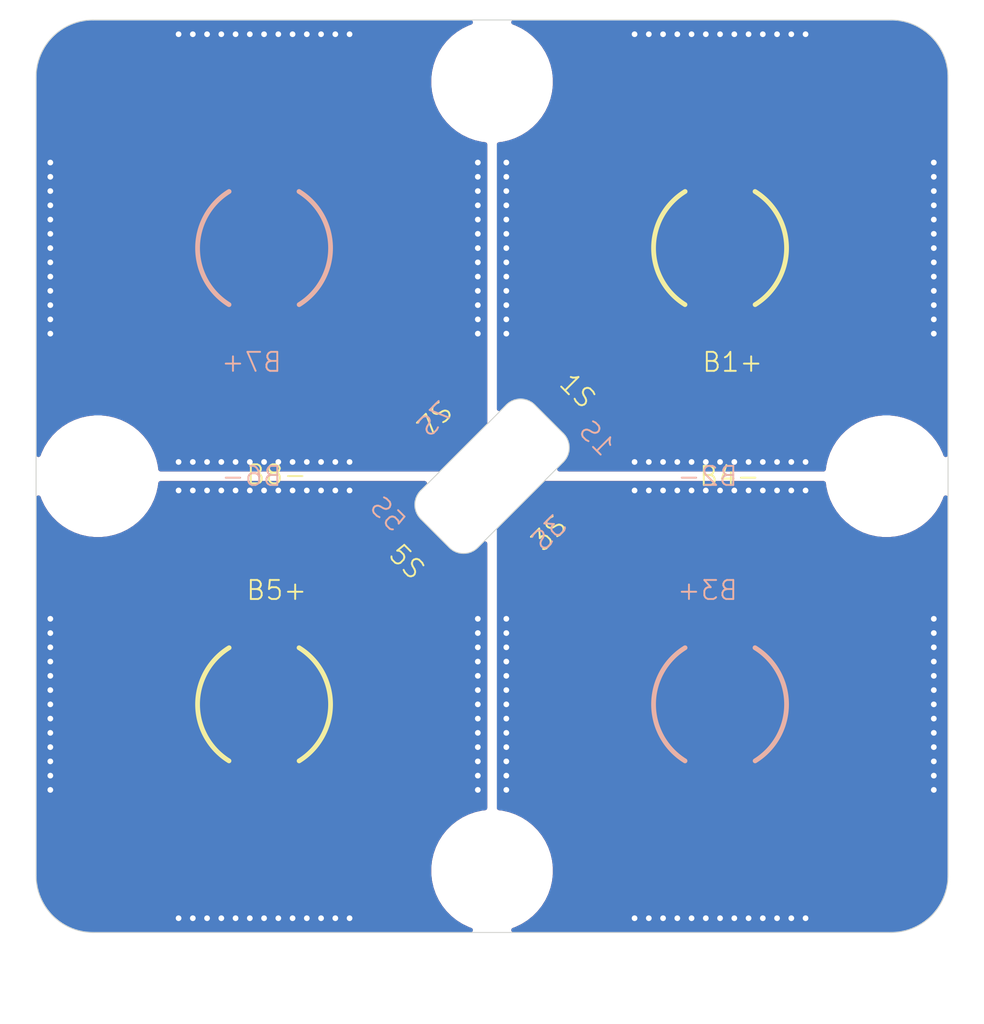
<source format=kicad_pcb>
(kicad_pcb (version 20240108) (generator "pcbnew") (generator_version "8.0")
  (layers (0 "F.Cu" signal) (31 "B.Cu" signal) (34 "B.Paste" user) (35 "F.Paste" user) (36 "B.SilkS" user "B.Silkscreen") (37 "F.SilkS" user "F.Silkscreen") (38 "B.Mask" user) (39 "F.Mask" user) (44 "Edge.Cuts" user))
  (net 0 "")
  (net 1 "M1S")
  (net 2 "M3S")
  (net 3 "M5S")
  (net 4 "M7S")
  (footprint "Connector_Wire:SolderWirePad_1x01_SMD_1x2mm" (layer "F.Cu") (at 77 77 -45)
    (property "Reference" "JM11" (hide yes))
    (property "Value" "Solder Pad")
    (pad "1" smd roundrect (at 0 0 315) (size 1 2) (layers "F.Cu" "F.Paste" "F.Mask") (net 2 "M3S"))
  )
  (footprint "Battery:li-ion 21700 positive terminal contact" (layer "F.Cu") (at 63 87)
    (property "Reference" "JM5" (hide yes))
    (property "Value" "MY-FJ-04-J")
    (fp_arc (start -1.846047 2.973571) (mid -3.5 -0.003834) (end -1.839528 -2.977608) (stroke (width 0.25)) (layer "F.SilkS"))
    (fp_arc (start 1.841101 -2.976633) (mid 3.499999 -0.001982) (end 1.844472 2.974546) (stroke (width 0.25)) (layer "F.SilkS"))
    (pad "1" smd rect (at 0 -3.695) (size 2 2.39) (layers "F.Cu" "F.Paste" "F.Mask") (net 3 "M5S"))
    (pad "1" smd circle (at 0 0) (size 6.5 6.5) (layers "F.Cu" "F.Paste" "F.Mask") (net 3 "M5S"))
    (pad "1" smd rect (at 0 3.695) (size 2 2.39) (layers "F.Cu" "F.Paste" "F.Mask") (net 3 "M5S"))
  )
  (footprint "Connector_Wire:SolderWirePad_1x01_SMD_1x2mm" (layer "F.Cu") (at 78.5 71.5 45)
    (property "Reference" "JM9" (hide yes))
    (property "Value" "Solder Pad")
    (pad "1" smd roundrect (at 0 0 45) (size 1 2) (layers "F.Cu" "F.Paste" "F.Mask") (net 1 "M1S"))
  )
  (footprint "Battery:li-ion 21700 negative terminal contact" (layer "F.Cu") (at 87 87)
    (property "Reference" "JM4" (hide yes))
    (property "Value" "Flat Copper Pad")
    (pad "1" smd circle (at 0 0) (size 22 22) (layers "F.Cu" "F.Paste" "F.Mask") (net 2 "M3S"))
  )
  (footprint "MountingHole:MountingHole_3mm" (layer "F.Cu") (at 95.75 75)
    (property "Reference" "HM2" (hide yes))
    (property "Value" "MountingHole")
    (pad "" np_thru_hole circle (at 0 0) (size 3 3) (drill 3) (layers "F&B.Cu" "*.Mask") (clearance 1.7))
  )
  (footprint "Battery:li-ion 21700 negative terminal contact" (layer "F.Cu") (at 63 63)
    (property "Reference" "JM8" (hide yes))
    (property "Value" "Flat Copper Pad")
    (pad "1" smd circle (at 0 0) (size 22 22) (layers "F.Cu" "F.Paste" "F.Mask") (net 4 "M7S"))
  )
  (footprint "MountingHole:MountingHole_3mm" (layer "F.Cu") (at 54.25 75)
    (property "Reference" "HM4" (hide yes))
    (property "Value" "MountingHole")
    (pad "" np_thru_hole circle (at 0 0) (size 3 3) (drill 3) (layers "F&B.Cu" "*.Mask") (clearance 1.7))
  )
  (footprint "Battery:li-ion 21700 positive terminal contact" (layer "F.Cu") (at 87 63)
    (property "Reference" "JM1" (hide yes))
    (property "Value" "MY-FJ-04-J")
    (fp_arc (start -1.846047 2.973571) (mid -3.5 -0.003834) (end -1.839528 -2.977608) (stroke (width 0.25)) (layer "F.SilkS"))
    (fp_arc (start 1.841101 -2.976633) (mid 3.499999 -0.001982) (end 1.844472 2.974546) (stroke (width 0.25)) (layer "F.SilkS"))
    (pad "1" smd rect (at 0 -3.695) (size 2 2.39) (layers "F.Cu" "F.Paste" "F.Mask") (net 1 "M1S"))
    (pad "1" smd circle (at 0 0) (size 6.5 6.5) (layers "F.Cu" "F.Paste" "F.Mask") (net 1 "M1S"))
    (pad "1" smd rect (at 0 3.695) (size 2 2.39) (layers "F.Cu" "F.Paste" "F.Mask") (net 1 "M1S"))
  )
  (footprint "MountingHole:MountingHole_3mm" (layer "F.Cu") (at 75 95.75)
    (property "Reference" "HM3" (hide yes))
    (property "Value" "MountingHole")
    (pad "" np_thru_hole circle (at 0 0) (size 3 3) (drill 3) (layers "F&B.Cu" "*.Mask") (clearance 1.7))
  )
  (footprint "Connector_Wire:SolderWirePad_1x01_SMD_1x2mm" (layer "F.Cu") (at 73 73 -45)
    (property "Reference" "JM15" (hide yes))
    (property "Value" "Solder Pad")
    (pad "1" smd roundrect (at 0 0 315) (size 1 2) (layers "F.Cu" "F.Paste" "F.Mask") (net 4 "M7S"))
  )
  (footprint "MountingHole:MountingHole_3mm" (layer "F.Cu") (at 75 54.25)
    (property "Reference" "HM1" (hide yes))
    (property "Value" "MountingHole")
    (pad "" np_thru_hole circle (at 0 0) (size 3 3) (drill 3) (layers "F&B.Cu" "*.Mask") (clearance 1.7))
  )
  (footprint "Connector_Wire:SolderWirePad_1x01_SMD_1x2mm" (layer "F.Cu") (at 71.5 78.5 45)
    (property "Reference" "JM13" (hide yes))
    (property "Value" "Solder Pad")
    (pad "1" smd roundrect (at 0 0 45) (size 1 2) (layers "F.Cu" "F.Paste" "F.Mask") (net 3 "M5S"))
  )
  (footprint "Connector_Wire:SolderWirePad_1x01_SMD_1x2mm" (layer "B.Cu") (at 78.5 71.5 -135)
    (property "Reference" "JM10" (hide yes))
    (property "Value" "Solder Pad")
    (pad "1" smd roundrect (at 0 0 225) (size 1 2) (layers "B.Cu" "B.Paste" "B.Mask") (net 1 "M1S"))
  )
  (footprint "Connector_Wire:SolderWirePad_1x01_SMD_1x2mm" (layer "B.Cu") (at 73 73 135)
    (property "Reference" "JM16" (hide yes))
    (property "Value" "Solder Pad")
    (pad "1" smd roundrect (at 0 0 135) (size 1 2) (layers "B.Cu" "B.Paste" "B.Mask") (net 4 "M7S"))
  )
  (footprint "Connector_Wire:SolderWirePad_1x01_SMD_1x2mm" (layer "B.Cu") (at 77 77 -45)
    (property "Reference" "JM12" (hide yes))
    (property "Value" "Solder Pad")
    (pad "1" smd roundrect (at 0 0 315) (size 1 2) (layers "B.Cu" "B.Paste" "B.Mask") (net 2 "M3S"))
  )
  (footprint "Battery:li-ion 21700 negative terminal contact" (layer "B.Cu") (at 87 63 180)
    (property "Reference" "JM2" (hide yes))
    (property "Value" "Flat Copper Pad")
    (pad "1" smd circle (at 0 0 180) (size 22 22) (layers "B.Cu" "B.Paste" "B.Mask") (net 1 "M1S"))
  )
  (footprint "Connector_Wire:SolderWirePad_1x01_SMD_1x2mm" (layer "B.Cu") (at 71.5 78.5 -135)
    (property "Reference" "JM14" (hide yes))
    (property "Value" "Solder Pad")
    (pad "1" smd roundrect (at 0 0 225) (size 1 2) (layers "B.Cu" "B.Paste" "B.Mask") (net 3 "M5S"))
  )
  (footprint "Battery:li-ion 21700 negative terminal contact" (layer "B.Cu") (at 63 87 180)
    (property "Reference" "JM6" (hide yes))
    (property "Value" "Flat Copper Pad")
    (pad "1" smd circle (at 0 0 180) (size 22 22) (layers "B.Cu" "B.Paste" "B.Mask") (net 3 "M5S"))
  )
  (footprint "Battery:li-ion 21700 positive terminal contact" (layer "B.Cu") (at 63 63 180)
    (property "Reference" "JM7" (hide yes))
    (property "Value" "MY-FJ-04-J")
    (fp_arc (start 1.844472 -2.974546) (mid 3.499999 0.001982) (end 1.841101 2.976633) (stroke (width 0.25)) (layer "B.SilkS"))
    (fp_arc (start -1.839528 2.977608) (mid -3.5 0.003834) (end -1.846047 -2.973571) (stroke (width 0.25)) (layer "B.SilkS"))
    (pad "1" smd rect (at 0 -3.695 180) (size 2 2.39) (layers "B.Cu" "B.Paste" "B.Mask") (net 4 "M7S"))
    (pad "1" smd circle (at 0 0 180) (size 6.5 6.5) (layers "B.Cu" "B.Paste" "B.Mask") (net 4 "M7S"))
    (pad "1" smd rect (at 0 3.695 180) (size 2 2.39) (layers "B.Cu" "B.Paste" "B.Mask") (net 4 "M7S"))
  )
  (footprint "Battery:li-ion 21700 positive terminal contact" (layer "B.Cu") (at 87 87 180)
    (property "Reference" "JM3" (hide yes))
    (property "Value" "MY-FJ-04-J")
    (fp_arc (start 1.844472 -2.974546) (mid 3.499999 0.001982) (end 1.841101 2.976633) (stroke (width 0.25)) (layer "B.SilkS"))
    (fp_arc (start -1.839528 2.977608) (mid -3.5 0.003834) (end -1.846047 -2.973571) (stroke (width 0.25)) (layer "B.SilkS"))
    (pad "1" smd rect (at 0 -3.695 180) (size 2 2.39) (layers "B.Cu" "B.Paste" "B.Mask") (net 2 "M3S"))
    (pad "1" smd circle (at 0 0 180) (size 6.5 6.5) (layers "B.Cu" "B.Paste" "B.Mask") (net 2 "M3S"))
    (pad "1" smd rect (at 0 3.695 180) (size 2 2.39) (layers "B.Cu" "B.Paste" "B.Mask") (net 2 "M3S"))
  )
  (gr_line (start 75.75 71.25) (end 71.25 75.75) (stroke (width 0.05)) (layer "Edge.Cuts"))
  (gr_arc (start 96 51) (mid 98.12132 51.87868) (end 99 54) (stroke (width 0.05)) (layer "Edge.Cuts"))
  (gr_arc (start 75.75 71.25) (mid 76.5 70.93934) (end 77.25 71.25) (stroke (width 0.05)) (layer "Edge.Cuts"))
  (gr_arc (start 99 96) (mid 98.12132 98.12132) (end 96 99) (stroke (width 0.05)) (layer "Edge.Cuts"))
  (gr_line (start 78.75 72.75) (end 77.25 71.25) (stroke (width 0.05)) (layer "Edge.Cuts"))
  (gr_line (start 99 54) (end 99 96) (stroke (width 0.05)) (layer "Edge.Cuts"))
  (gr_line (start 51 96) (end 51 54) (stroke (width 0.05)) (layer "Edge.Cuts"))
  (gr_line (start 54 51) (end 96 51) (stroke (width 0.05)) (layer "Edge.Cuts"))
  (gr_arc (start 74.25 78.75) (mid 73.5 79.06066) (end 72.75 78.75) (stroke (width 0.05)) (layer "Edge.Cuts"))
  (gr_arc (start 78.75 72.75) (mid 79.06066 73.5) (end 78.75 74.25) (stroke (width 0.05)) (layer "Edge.Cuts"))
  (gr_arc (start 51 54) (mid 51.87868 51.87868) (end 54 51) (stroke (width 0.05)) (layer "Edge.Cuts"))
  (gr_line (start 96 99) (end 54 99) (stroke (width 0.05)) (layer "Edge.Cuts"))
  (gr_arc (start 54 99) (mid 51.87868 98.12132) (end 51 96) (stroke (width 0.05)) (layer "Edge.Cuts"))
  (gr_line (start 74.25 78.75) (end 78.75 74.25) (stroke (width 0.05)) (layer "Edge.Cuts"))
  (gr_arc (start 71.25 77.25) (mid 70.93934 76.5) (end 71.25 75.75) (stroke (width 0.05)) (layer "Edge.Cuts"))
  (gr_line (start 71.25 77.25) (end 72.75 78.75) (stroke (width 0.05)) (layer "Edge.Cuts"))
  (gr_text "B2-" (at 88 75 0) (layer "B.SilkS") (effects (font (size 1 1) (thickness 0.1)) (justify left mirror)))
  (gr_text "1S" (at 80.5 73 315) (layer "B.SilkS") (effects (font (size 1 1) (thickness 0.1)) (justify mirror)))
  (gr_text "7S" (at 72 72 45) (layer "B.SilkS") (effects (font (size 1 1) (thickness 0.1)) (justify mirror)))
  (gr_text "3S" (at 78 78 45) (layer "B.SilkS") (effects (font (size 1 1) (thickness 0.1)) (justify mirror)))
  (gr_text "5S" (at 69.5 77 315) (layer "B.SilkS") (effects (font (size 1 1) (thickness 0.1)) (justify mirror)))
  (gr_text "B7+" (at 64 69 0) (layer "B.SilkS") (effects (font (size 1 1) (thickness 0.1)) (justify left mirror)))
  (gr_text "B3+" (at 88 81 0) (layer "B.SilkS") (effects (font (size 1 1) (thickness 0.1)) (justify left mirror)))
  (gr_text "B6-" (at 64 75 0) (layer "B.SilkS") (effects (font (size 1 1) (thickness 0.1)) (justify left mirror)))
  (gr_text "3S" (at 78 78 45) (layer "F.SilkS") (effects (font (size 1 1) (thickness 0.1))))
  (gr_text "5S" (at 70.5 79.5 315) (layer "F.SilkS") (effects (font (size 1 1) (thickness 0.1))))
  (gr_text "7S" (at 72 72 45) (layer "F.SilkS") (effects (font (size 1 1) (thickness 0.1))))
  (gr_text "B1+" (at 86 69 0) (layer "F.SilkS") (effects (font (size 1 1) (thickness 0.1)) (justify left)))
  (gr_text "B8-" (at 62 75.5 0) (layer "F.SilkS") (effects (font (size 1 1) (thickness 0.1)) (justify left bottom)))
  (gr_text "B5+" (at 62 81 0) (layer "F.SilkS") (effects (font (size 1 1) (thickness 0.1)) (justify left)))
  (gr_text "1S" (at 79.5 70.5 315) (layer "F.SilkS") (effects (font (size 1 1) (thickness 0.1))))
  (gr_text "B4-" (at 87.5 75 0) (layer "F.SilkS") (effects (font (size 1 1) (thickness 0.1))))
  (via (at 83.25 74.25) (size 0.7) (drill 0.3) (layers "F.Cu" "B.Cu") (net 1))
  (via (at 75.75 65.25) (size 0.7) (drill 0.3) (layers "F.Cu" "B.Cu") (net 1))
  (via (at 75.75 64.5) (size 0.7) (drill 0.3) (layers "F.Cu" "B.Cu") (net 1))
  (via (at 98.25 66.75) (size 0.7) (drill 0.3) (layers "F.Cu" "B.Cu") (net 1))
  (via (at 88.5 74.25) (size 0.7) (drill 0.3) (layers "F.Cu" "B.Cu") (net 1))
  (via (at 84 74.25) (size 0.7) (drill 0.3) (layers "F.Cu" "B.Cu") (net 1))
  (via (at 75.75 67.5) (size 0.7) (drill 0.3) (layers "F.Cu" "B.Cu") (net 1))
  (via (at 75.75 60.75) (size 0.7) (drill 0.3) (layers "F.Cu" "B.Cu") (net 1))
  (via (at 83.25 51.75) (size 0.7) (drill 0.3) (layers "F.Cu" "B.Cu") (net 1))
  (via (at 75.75 66.75) (size 0.7) (drill 0.3) (layers "F.Cu" "B.Cu") (net 1))
  (via (at 98.25 60.75) (size 0.7) (drill 0.3) (layers "F.Cu" "B.Cu") (net 1))
  (via (at 98.25 60) (size 0.7) (drill 0.3) (layers "F.Cu" "B.Cu") (net 1))
  (via (at 90 51.75) (size 0.7) (drill 0.3) (layers "F.Cu" "B.Cu") (net 1))
  (via (at 87 51.75) (size 0.7) (drill 0.3) (layers "F.Cu" "B.Cu") (net 1))
  (via (at 84.75 74.25) (size 0.7) (drill 0.3) (layers "F.Cu" "B.Cu") (net 1))
  (via (at 75.75 66) (size 0.7) (drill 0.3) (layers "F.Cu" "B.Cu") (net 1))
  (via (at 91.5 51.75) (size 0.7) (drill 0.3) (layers "F.Cu" "B.Cu") (net 1))
  (via (at 75.75 59.25) (size 0.7) (drill 0.3) (layers "F.Cu" "B.Cu") (net 1))
  (via (at 75.75 62.25) (size 0.7) (drill 0.3) (layers "F.Cu" "B.Cu") (net 1))
  (via (at 98.25 58.5) (size 0.7) (drill 0.3) (layers "F.Cu" "B.Cu") (net 1))
  (via (at 87 74.25) (size 0.7) (drill 0.3) (layers "F.Cu" "B.Cu") (net 1))
  (via (at 87.75 51.75) (size 0.7) (drill 0.3) (layers "F.Cu" "B.Cu") (net 1))
  (via (at 90 74.25) (size 0.7) (drill 0.3) (layers "F.Cu" "B.Cu") (net 1))
  (via (at 84.75 51.75) (size 0.7) (drill 0.3) (layers "F.Cu" "B.Cu") (net 1))
  (via (at 86.25 74.25) (size 0.7) (drill 0.3) (layers "F.Cu" "B.Cu") (net 1))
  (via (at 98.25 62.25) (size 0.7) (drill 0.3) (layers "F.Cu" "B.Cu") (net 1))
  (via (at 98.25 63) (size 0.7) (drill 0.3) (layers "F.Cu" "B.Cu") (net 1))
  (via (at 75.75 58.5) (size 0.7) (drill 0.3) (layers "F.Cu" "B.Cu") (net 1))
  (via (at 87.75 74.25) (size 0.7) (drill 0.3) (layers "F.Cu" "B.Cu") (net 1))
  (via (at 89.25 74.25) (size 0.7) (drill 0.3) (layers "F.Cu" "B.Cu") (net 1))
  (via (at 98.25 65.25) (size 0.7) (drill 0.3) (layers "F.Cu" "B.Cu") (net 1))
  (via (at 84 51.75) (size 0.7) (drill 0.3) (layers "F.Cu" "B.Cu") (net 1))
  (via (at 98.25 59.25) (size 0.7) (drill 0.3) (layers "F.Cu" "B.Cu") (net 1))
  (via (at 85.5 51.75) (size 0.7) (drill 0.3) (layers "F.Cu" "B.Cu") (net 1))
  (via (at 98.25 63.75) (size 0.7) (drill 0.3) (layers "F.Cu" "B.Cu") (net 1))
  (via (at 98.25 67.5) (size 0.7) (drill 0.3) (layers "F.Cu" "B.Cu") (net 1))
  (via (at 85.5 74.25) (size 0.7) (drill 0.3) (layers "F.Cu" "B.Cu") (net 1))
  (via (at 75.75 61.5) (size 0.7) (drill 0.3) (layers "F.Cu" "B.Cu") (net 1))
  (via (at 86.25 51.75) (size 0.7) (drill 0.3) (layers "F.Cu" "B.Cu") (net 1))
  (via (at 82.5 74.25) (size 0.7) (drill 0.3) (layers "F.Cu" "B.Cu") (net 1))
  (via (at 91.5 74.25) (size 0.7) (drill 0.3) (layers "F.Cu" "B.Cu") (net 1))
  (via (at 89.25 51.75) (size 0.7) (drill 0.3) (layers "F.Cu" "B.Cu") (net 1))
  (via (at 75.75 60) (size 0.7) (drill 0.3) (layers "F.Cu" "B.Cu") (net 1))
  (via (at 98.25 61.5) (size 0.7) (drill 0.3) (layers "F.Cu" "B.Cu") (net 1))
  (via (at 88.5 51.75) (size 0.7) (drill 0.3) (layers "F.Cu" "B.Cu") (net 1))
  (via (at 75.75 63) (size 0.7) (drill 0.3) (layers "F.Cu" "B.Cu") (net 1))
  (via (at 98.25 66) (size 0.7) (drill 0.3) (layers "F.Cu" "B.Cu") (net 1))
  (via (at 75.75 63.75) (size 0.7) (drill 0.3) (layers "F.Cu" "B.Cu") (net 1))
  (via (at 90.75 51.75) (size 0.7) (drill 0.3) (layers "F.Cu" "B.Cu") (net 1))
  (via (at 98.25 64.5) (size 0.7) (drill 0.3) (layers "F.Cu" "B.Cu") (net 1))
  (via (at 82.5 51.75) (size 0.7) (drill 0.3) (layers "F.Cu" "B.Cu") (net 1))
  (via (at 90.75 74.25) (size 0.7) (drill 0.3) (layers "F.Cu" "B.Cu") (net 1))
  (via (at 98.25 84.75) (size 0.7) (drill 0.3) (layers "F.Cu" "B.Cu") (net 2))
  (via (at 75.75 90.75) (size 0.7) (drill 0.3) (layers "F.Cu" "B.Cu") (net 2))
  (via (at 75.75 86.25) (size 0.7) (drill 0.3) (layers "F.Cu" "B.Cu") (net 2))
  (via (at 82.5 75.75) (size 0.7) (drill 0.3) (layers "F.Cu" "B.Cu") (net 2))
  (via (at 75.75 89.25) (size 0.7) (drill 0.3) (layers "F.Cu" "B.Cu") (net 2))
  (via (at 75.75 85.5) (size 0.7) (drill 0.3) (layers "F.Cu" "B.Cu") (net 2))
  (via (at 89.25 75.75) (size 0.7) (drill 0.3) (layers "F.Cu" "B.Cu") (net 2))
  (via (at 91.5 75.75) (size 0.7) (drill 0.3) (layers "F.Cu" "B.Cu") (net 2))
  (via (at 84.75 98.25) (size 0.7) (drill 0.3) (layers "F.Cu" "B.Cu") (net 2))
  (via (at 88.5 75.75) (size 0.7) (drill 0.3) (layers "F.Cu" "B.Cu") (net 2))
  (via (at 89.25 98.25) (size 0.7) (drill 0.3) (layers "F.Cu" "B.Cu") (net 2))
  (via (at 87 98.25) (size 0.7) (drill 0.3) (layers "F.Cu" "B.Cu") (net 2))
  (via (at 75.75 83.25) (size 0.7) (drill 0.3) (layers "F.Cu" "B.Cu") (net 2))
  (via (at 98.25 85.5) (size 0.7) (drill 0.3) (layers "F.Cu" "B.Cu") (net 2))
  (via (at 75.75 90) (size 0.7) (drill 0.3) (layers "F.Cu" "B.Cu") (net 2))
  (via (at 86.25 98.25) (size 0.7) (drill 0.3) (layers "F.Cu" "B.Cu") (net 2))
  (via (at 86.25 75.75) (size 0.7) (drill 0.3) (layers "F.Cu" "B.Cu") (net 2))
  (via (at 83.25 75.75) (size 0.7) (drill 0.3) (layers "F.Cu" "B.Cu") (net 2))
  (via (at 98.25 87.75) (size 0.7) (drill 0.3) (layers "F.Cu" "B.Cu") (net 2))
  (via (at 98.25 90) (size 0.7) (drill 0.3) (layers "F.Cu" "B.Cu") (net 2))
  (via (at 85.5 98.25) (size 0.7) (drill 0.3) (layers "F.Cu" "B.Cu") (net 2))
  (via (at 98.25 82.5) (size 0.7) (drill 0.3) (layers "F.Cu" "B.Cu") (net 2))
  (via (at 98.25 89.25) (size 0.7) (drill 0.3) (layers "F.Cu" "B.Cu") (net 2))
  (via (at 87 75.75) (size 0.7) (drill 0.3) (layers "F.Cu" "B.Cu") (net 2))
  (via (at 90.75 75.75) (size 0.7) (drill 0.3) (layers "F.Cu" "B.Cu") (net 2))
  (via (at 87.75 75.75) (size 0.7) (drill 0.3) (layers "F.Cu" "B.Cu") (net 2))
  (via (at 85.5 75.75) (size 0.7) (drill 0.3) (layers "F.Cu" "B.Cu") (net 2))
  (via (at 75.75 84.75) (size 0.7) (drill 0.3) (layers "F.Cu" "B.Cu") (net 2))
  (via (at 98.25 88.5) (size 0.7) (drill 0.3) (layers "F.Cu" "B.Cu") (net 2))
  (via (at 98.25 83.25) (size 0.7) (drill 0.3) (layers "F.Cu" "B.Cu") (net 2))
  (via (at 75.75 91.5) (size 0.7) (drill 0.3) (layers "F.Cu" "B.Cu") (net 2))
  (via (at 75.75 82.5) (size 0.7) (drill 0.3) (layers "F.Cu" "B.Cu") (net 2))
  (via (at 98.25 90.75) (size 0.7) (drill 0.3) (layers "F.Cu" "B.Cu") (net 2))
  (via (at 83.25 98.25) (size 0.7) (drill 0.3) (layers "F.Cu" "B.Cu") (net 2))
  (via (at 84.75 75.75) (size 0.7) (drill 0.3) (layers "F.Cu" "B.Cu") (net 2))
  (via (at 90 98.25) (size 0.7) (drill 0.3) (layers "F.Cu" "B.Cu") (net 2))
  (via (at 84 98.25) (size 0.7) (drill 0.3) (layers "F.Cu" "B.Cu") (net 2))
  (via (at 75.75 88.5) (size 0.7) (drill 0.3) (layers "F.Cu" "B.Cu") (net 2))
  (via (at 91.5 98.25) (size 0.7) (drill 0.3) (layers "F.Cu" "B.Cu") (net 2))
  (via (at 75.75 87) (size 0.7) (drill 0.3) (layers "F.Cu" "B.Cu") (net 2))
  (via (at 98.25 91.5) (size 0.7) (drill 0.3) (layers "F.Cu" "B.Cu") (net 2))
  (via (at 87.75 98.25) (size 0.7) (drill 0.3) (layers "F.Cu" "B.Cu") (net 2))
  (via (at 98.25 87) (size 0.7) (drill 0.3) (layers "F.Cu" "B.Cu") (net 2))
  (via (at 90.75 98.25) (size 0.7) (drill 0.3) (layers "F.Cu" "B.Cu") (net 2))
  (via (at 75.75 87.75) (size 0.7) (drill 0.3) (layers "F.Cu" "B.Cu") (net 2))
  (via (at 98.25 86.25) (size 0.7) (drill 0.3) (layers "F.Cu" "B.Cu") (net 2))
  (via (at 98.25 84) (size 0.7) (drill 0.3) (layers "F.Cu" "B.Cu") (net 2))
  (via (at 75.75 84) (size 0.7) (drill 0.3) (layers "F.Cu" "B.Cu") (net 2))
  (via (at 84 75.75) (size 0.7) (drill 0.3) (layers "F.Cu" "B.Cu") (net 2))
  (via (at 90 75.75) (size 0.7) (drill 0.3) (layers "F.Cu" "B.Cu") (net 2))
  (via (at 82.5 98.25) (size 0.7) (drill 0.3) (layers "F.Cu" "B.Cu") (net 2))
  (via (at 88.5 98.25) (size 0.7) (drill 0.3) (layers "F.Cu" "B.Cu") (net 2))
  (via (at 63 75.75) (size 0.7) (drill 0.3) (layers "F.Cu" "B.Cu") (net 3))
  (via (at 60 75.75) (size 0.7) (drill 0.3) (layers "F.Cu" "B.Cu") (net 3))
  (via (at 58.5 98.25) (size 0.7) (drill 0.3) (layers "F.Cu" "B.Cu") (net 3))
  (via (at 64.5 75.75) (size 0.7) (drill 0.3) (layers "F.Cu" "B.Cu") (net 3))
  (via (at 51.75 91.5) (size 0.7) (drill 0.3) (layers "F.Cu" "B.Cu") (net 3))
  (via (at 74.25 85.5) (size 0.7) (drill 0.3) (layers "F.Cu" "B.Cu") (net 3))
  (via (at 61.5 98.25) (size 0.7) (drill 0.3) (layers "F.Cu" "B.Cu") (net 3))
  (via (at 63 98.25) (size 0.7) (drill 0.3) (layers "F.Cu" "B.Cu") (net 3))
  (via (at 59.25 98.25) (size 0.7) (drill 0.3) (layers "F.Cu" "B.Cu") (net 3))
  (via (at 65.25 98.25) (size 0.7) (drill 0.3) (layers "F.Cu" "B.Cu") (net 3))
  (via (at 63.75 98.25) (size 0.7) (drill 0.3) (layers "F.Cu" "B.Cu") (net 3))
  (via (at 51.75 87) (size 0.7) (drill 0.3) (layers "F.Cu" "B.Cu") (net 3))
  (via (at 63.75 75.75) (size 0.7) (drill 0.3) (layers "F.Cu" "B.Cu") (net 3))
  (via (at 74.25 86.25) (size 0.7) (drill 0.3) (layers "F.Cu" "B.Cu") (net 3))
  (via (at 74.25 88.5) (size 0.7) (drill 0.3) (layers "F.Cu" "B.Cu") (net 3))
  (via (at 51.75 84.75) (size 0.7) (drill 0.3) (layers "F.Cu" "B.Cu") (net 3))
  (via (at 74.25 90.75) (size 0.7) (drill 0.3) (layers "F.Cu" "B.Cu") (net 3))
  (via (at 51.75 84) (size 0.7) (drill 0.3) (layers "F.Cu" "B.Cu") (net 3))
  (via (at 74.25 91.5) (size 0.7) (drill 0.3) (layers "F.Cu" "B.Cu") (net 3))
  (via (at 67.5 98.25) (size 0.7) (drill 0.3) (layers "F.Cu" "B.Cu") (net 3))
  (via (at 59.25 75.75) (size 0.7) (drill 0.3) (layers "F.Cu" "B.Cu") (net 3))
  (via (at 74.25 89.25) (size 0.7) (drill 0.3) (layers "F.Cu" "B.Cu") (net 3))
  (via (at 51.75 82.5) (size 0.7) (drill 0.3) (layers "F.Cu" "B.Cu") (net 3))
  (via (at 51.75 90) (size 0.7) (drill 0.3) (layers "F.Cu" "B.Cu") (net 3))
  (via (at 51.75 86.25) (size 0.7) (drill 0.3) (layers "F.Cu" "B.Cu") (net 3))
  (via (at 61.5 75.75) (size 0.7) (drill 0.3) (layers "F.Cu" "B.Cu") (net 3))
  (via (at 74.25 82.5) (size 0.7) (drill 0.3) (layers "F.Cu" "B.Cu") (net 3))
  (via (at 51.75 90.75) (size 0.7) (drill 0.3) (layers "F.Cu" "B.Cu") (net 3))
  (via (at 67.5 75.75) (size 0.7) (drill 0.3) (layers "F.Cu" "B.Cu") (net 3))
  (via (at 60.75 75.75) (size 0.7) (drill 0.3) (layers "F.Cu" "B.Cu") (net 3))
  (via (at 74.25 87.75) (size 0.7) (drill 0.3) (layers "F.Cu" "B.Cu") (net 3))
  (via (at 62.25 98.25) (size 0.7) (drill 0.3) (layers "F.Cu" "B.Cu") (net 3))
  (via (at 64.5 98.25) (size 0.7) (drill 0.3) (layers "F.Cu" "B.Cu") (net 3))
  (via (at 74.25 84) (size 0.7) (drill 0.3) (layers "F.Cu" "B.Cu") (net 3))
  (via (at 51.75 88.5) (size 0.7) (drill 0.3) (layers "F.Cu" "B.Cu") (net 3))
  (via (at 60.75 98.25) (size 0.7) (drill 0.3) (layers "F.Cu" "B.Cu") (net 3))
  (via (at 74.25 90) (size 0.7) (drill 0.3) (layers "F.Cu" "B.Cu") (net 3))
  (via (at 66 75.75) (size 0.7) (drill 0.3) (layers "F.Cu" "B.Cu") (net 3))
  (via (at 66 98.25) (size 0.7) (drill 0.3) (layers "F.Cu" "B.Cu") (net 3))
  (via (at 65.25 75.75) (size 0.7) (drill 0.3) (layers "F.Cu" "B.Cu") (net 3))
  (via (at 51.75 87.75) (size 0.7) (drill 0.3) (layers "F.Cu" "B.Cu") (net 3))
  (via (at 58.5 75.75) (size 0.7) (drill 0.3) (layers "F.Cu" "B.Cu") (net 3))
  (via (at 51.75 89.25) (size 0.7) (drill 0.3) (layers "F.Cu" "B.Cu") (net 3))
  (via (at 60 98.25) (size 0.7) (drill 0.3) (layers "F.Cu" "B.Cu") (net 3))
  (via (at 74.25 87) (size 0.7) (drill 0.3) (layers "F.Cu" "B.Cu") (net 3))
  (via (at 66.75 75.75) (size 0.7) (drill 0.3) (layers "F.Cu" "B.Cu") (net 3))
  (via (at 62.25 75.75) (size 0.7) (drill 0.3) (layers "F.Cu" "B.Cu") (net 3))
  (via (at 51.75 85.5) (size 0.7) (drill 0.3) (layers "F.Cu" "B.Cu") (net 3))
  (via (at 74.25 84.75) (size 0.7) (drill 0.3) (layers "F.Cu" "B.Cu") (net 3))
  (via (at 51.75 83.25) (size 0.7) (drill 0.3) (layers "F.Cu" "B.Cu") (net 3))
  (via (at 74.25 83.25) (size 0.7) (drill 0.3) (layers "F.Cu" "B.Cu") (net 3))
  (via (at 66.75 98.25) (size 0.7) (drill 0.3) (layers "F.Cu" "B.Cu") (net 3))
  (via (at 51.75 61.5) (size 0.7) (drill 0.3) (layers "F.Cu" "B.Cu") (net 4))
  (via (at 51.75 66) (size 0.7) (drill 0.3) (layers "F.Cu" "B.Cu") (net 4))
  (via (at 60 74.25) (size 0.7) (drill 0.3) (layers "F.Cu" "B.Cu") (net 4))
  (via (at 74.25 65.25) (size 0.7) (drill 0.3) (layers "F.Cu" "B.Cu") (net 4))
  (via (at 60.75 51.75) (size 0.7) (drill 0.3) (layers "F.Cu" "B.Cu") (net 4))
  (via (at 62.25 74.25) (size 0.7) (drill 0.3) (layers "F.Cu" "B.Cu") (net 4))
  (via (at 74.25 63.75) (size 0.7) (drill 0.3) (layers "F.Cu" "B.Cu") (net 4))
  (via (at 65.25 74.25) (size 0.7) (drill 0.3) (layers "F.Cu" "B.Cu") (net 4))
  (via (at 74.25 66.75) (size 0.7) (drill 0.3) (layers "F.Cu" "B.Cu") (net 4))
  (via (at 63 51.75) (size 0.7) (drill 0.3) (layers "F.Cu" "B.Cu") (net 4))
  (via (at 65.25 51.75) (size 0.7) (drill 0.3) (layers "F.Cu" "B.Cu") (net 4))
  (via (at 74.25 66) (size 0.7) (drill 0.3) (layers "F.Cu" "B.Cu") (net 4))
  (via (at 74.25 67.5) (size 0.7) (drill 0.3) (layers "F.Cu" "B.Cu") (net 4))
  (via (at 51.75 65.25) (size 0.7) (drill 0.3) (layers "F.Cu" "B.Cu") (net 4))
  (via (at 63.75 74.25) (size 0.7) (drill 0.3) (layers "F.Cu" "B.Cu") (net 4))
  (via (at 74.25 63) (size 0.7) (drill 0.3) (layers "F.Cu" "B.Cu") (net 4))
  (via (at 63.75 51.75) (size 0.7) (drill 0.3) (layers "F.Cu" "B.Cu") (net 4))
  (via (at 74.25 59.25) (size 0.7) (drill 0.3) (layers "F.Cu" "B.Cu") (net 4))
  (via (at 74.25 60) (size 0.7) (drill 0.3) (layers "F.Cu" "B.Cu") (net 4))
  (via (at 51.75 67.5) (size 0.7) (drill 0.3) (layers "F.Cu" "B.Cu") (net 4))
  (via (at 61.5 51.75) (size 0.7) (drill 0.3) (layers "F.Cu" "B.Cu") (net 4))
  (via (at 66.75 51.75) (size 0.7) (drill 0.3) (layers "F.Cu" "B.Cu") (net 4))
  (via (at 61.5 74.25) (size 0.7) (drill 0.3) (layers "F.Cu" "B.Cu") (net 4))
  (via (at 58.5 74.25) (size 0.7) (drill 0.3) (layers "F.Cu" "B.Cu") (net 4))
  (via (at 62.25 51.75) (size 0.7) (drill 0.3) (layers "F.Cu" "B.Cu") (net 4))
  (via (at 51.75 63.75) (size 0.7) (drill 0.3) (layers "F.Cu" "B.Cu") (net 4))
  (via (at 74.25 62.25) (size 0.7) (drill 0.3) (layers "F.Cu" "B.Cu") (net 4))
  (via (at 51.75 63) (size 0.7) (drill 0.3) (layers "F.Cu" "B.Cu") (net 4))
  (via (at 67.5 74.25) (size 0.7) (drill 0.3) (layers "F.Cu" "B.Cu") (net 4))
  (via (at 74.25 60.75) (size 0.7) (drill 0.3) (layers "F.Cu" "B.Cu") (net 4))
  (via (at 51.75 64.5) (size 0.7) (drill 0.3) (layers "F.Cu" "B.Cu") (net 4))
  (via (at 66 74.25) (size 0.7) (drill 0.3) (layers "F.Cu" "B.Cu") (net 4))
  (via (at 64.5 51.75) (size 0.7) (drill 0.3) (layers "F.Cu" "B.Cu") (net 4))
  (via (at 66 51.75) (size 0.7) (drill 0.3) (layers "F.Cu" "B.Cu") (net 4))
  (via (at 51.75 62.25) (size 0.7) (drill 0.3) (layers "F.Cu" "B.Cu") (net 4))
  (via (at 58.5 51.75) (size 0.7) (drill 0.3) (layers "F.Cu" "B.Cu") (net 4))
  (via (at 51.75 66.75) (size 0.7) (drill 0.3) (layers "F.Cu" "B.Cu") (net 4))
  (via (at 51.75 59.25) (size 0.7) (drill 0.3) (layers "F.Cu" "B.Cu") (net 4))
  (via (at 59.25 74.25) (size 0.7) (drill 0.3) (layers "F.Cu" "B.Cu") (net 4))
  (via (at 66.75 74.25) (size 0.7) (drill 0.3) (layers "F.Cu" "B.Cu") (net 4))
  (via (at 60 51.75) (size 0.7) (drill 0.3) (layers "F.Cu" "B.Cu") (net 4))
  (via (at 60.75 74.25) (size 0.7) (drill 0.3) (layers "F.Cu" "B.Cu") (net 4))
  (via (at 74.25 58.5) (size 0.7) (drill 0.3) (layers "F.Cu" "B.Cu") (net 4))
  (via (at 59.25 51.75) (size 0.7) (drill 0.3) (layers "F.Cu" "B.Cu") (net 4))
  (via (at 63 74.25) (size 0.7) (drill 0.3) (layers "F.Cu" "B.Cu") (net 4))
  (via (at 51.75 58.5) (size 0.7) (drill 0.3) (layers "F.Cu" "B.Cu") (net 4))
  (via (at 64.5 74.25) (size 0.7) (drill 0.3) (layers "F.Cu" "B.Cu") (net 4))
  (via (at 74.25 61.5) (size 0.7) (drill 0.3) (layers "F.Cu" "B.Cu") (net 4))
  (via (at 74.25 64.5) (size 0.7) (drill 0.3) (layers "F.Cu" "B.Cu") (net 4))
  (via (at 51.75 60.75) (size 0.7) (drill 0.3) (layers "F.Cu" "B.Cu") (net 4))
  (via (at 67.5 51.75) (size 0.7) (drill 0.3) (layers "F.Cu" "B.Cu") (net 4))
  (via (at 51.75 60) (size 0.7) (drill 0.3) (layers "F.Cu" "B.Cu") (net 4))
  (zone (net 3) (net_name "M5S") (layer "F.Cu") (priority 10) (connect_pads yes (clearance 0.2)) (min_thickness 0.25) (fill yes (thermal_gap 0.5) (thermal_bridge_width 0.5))
    (polygon (pts (xy 50.5 99.5) (xy 74.75 99.5) (xy 74.75 75.25) (xy 50.5 75.25)))
  )
  (zone (net 4) (net_name "M7S") (layer "F.Cu") (priority 10) (connect_pads yes (clearance 0.2)) (min_thickness 0.25) (fill yes (thermal_gap 0.5) (thermal_bridge_width 0.5))
    (polygon (pts (xy 50.5 50.5) (xy 50.5 74.75) (xy 74.75 74.75) (xy 74.75 50.5)))
  )
  (zone (net 2) (net_name "M3S") (layer "F.Cu") (priority 10) (connect_pads yes (clearance 0.2)) (min_thickness 0.25) (fill yes (thermal_gap 0.5) (thermal_bridge_width 0.5))
    (polygon (pts (xy 99.5 99.5) (xy 99.5 75.25) (xy 75.25 75.25) (xy 75.25 99.5)))
  )
  (zone (net 1) (net_name "M1S") (layer "F.Cu") (priority 10) (connect_pads yes (clearance 0.2)) (min_thickness 0.25) (fill yes (thermal_gap 0.5) (thermal_bridge_width 0.5))
    (polygon (pts (xy 99.5 50.5) (xy 75.25 50.5) (xy 75.25 74.75) (xy 99.5 74.75)))
  )
  (zone (net 3) (net_name "M5S") (layer "B.Cu") (priority 10) (connect_pads yes (clearance 0.2)) (min_thickness 0.25) (fill yes (thermal_gap 0.5) (thermal_bridge_width 0.5))
    (polygon (pts (xy 50.5 99.5) (xy 50.5 75.25) (xy 74.75 75.25) (xy 74.75 99.5)))
  )
  (zone (net 1) (net_name "M1S") (layer "B.Cu") (priority 10) (connect_pads yes (clearance 0.2)) (min_thickness 0.25) (fill yes (thermal_gap 0.5) (thermal_bridge_width 0.5))
    (polygon (pts (xy 99.5 50.5) (xy 99.5 74.75) (xy 75.25 74.75) (xy 75.25 50.5)))
  )
  (zone (net 2) (net_name "M3S") (layer "B.Cu") (priority 10) (connect_pads yes (clearance 0.2)) (min_thickness 0.25) (fill yes (thermal_gap 0.5) (thermal_bridge_width 0.5))
    (polygon (pts (xy 99.5 99.5) (xy 75.25 99.5) (xy 75.25 75.25) (xy 99.5 75.25)))
  )
  (zone (net 4) (net_name "M7S") (layer "B.Cu") (priority 10) (connect_pads yes (clearance 0.2)) (min_thickness 0.25) (fill yes (thermal_gap 0.5) (thermal_bridge_width 0.5))
    (polygon (pts (xy 50.5 50.5) (xy 74.75 50.5) (xy 74.75 74.75) (xy 50.5 74.75)))
  )
)
</source>
